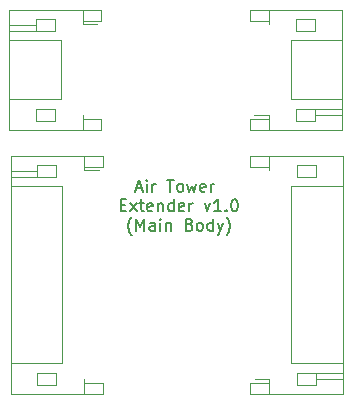
<source format=gbr>
%TF.GenerationSoftware,KiCad,Pcbnew,(5.1.9)-1*%
%TF.CreationDate,2021-03-11T22:21:30-06:00*%
%TF.ProjectId,OpeNITHM-Tower-Extenders__Main-Body,4f70654e-4954-4484-9d2d-546f7765722d,rev?*%
%TF.SameCoordinates,Original*%
%TF.FileFunction,Legend,Top*%
%TF.FilePolarity,Positive*%
%FSLAX46Y46*%
G04 Gerber Fmt 4.6, Leading zero omitted, Abs format (unit mm)*
G04 Created by KiCad (PCBNEW (5.1.9)-1) date 2021-03-11 22:21:30*
%MOMM*%
%LPD*%
G01*
G04 APERTURE LIST*
%ADD10C,0.150000*%
%ADD11C,0.120000*%
G04 APERTURE END LIST*
D10*
X71167142Y-60114166D02*
X71643333Y-60114166D01*
X71071904Y-60399880D02*
X71405238Y-59399880D01*
X71738571Y-60399880D01*
X72071904Y-60399880D02*
X72071904Y-59733214D01*
X72071904Y-59399880D02*
X72024285Y-59447500D01*
X72071904Y-59495119D01*
X72119523Y-59447500D01*
X72071904Y-59399880D01*
X72071904Y-59495119D01*
X72548095Y-60399880D02*
X72548095Y-59733214D01*
X72548095Y-59923690D02*
X72595714Y-59828452D01*
X72643333Y-59780833D01*
X72738571Y-59733214D01*
X72833809Y-59733214D01*
X73786190Y-59399880D02*
X74357619Y-59399880D01*
X74071904Y-60399880D02*
X74071904Y-59399880D01*
X74833809Y-60399880D02*
X74738571Y-60352261D01*
X74690952Y-60304642D01*
X74643333Y-60209404D01*
X74643333Y-59923690D01*
X74690952Y-59828452D01*
X74738571Y-59780833D01*
X74833809Y-59733214D01*
X74976666Y-59733214D01*
X75071904Y-59780833D01*
X75119523Y-59828452D01*
X75167142Y-59923690D01*
X75167142Y-60209404D01*
X75119523Y-60304642D01*
X75071904Y-60352261D01*
X74976666Y-60399880D01*
X74833809Y-60399880D01*
X75500476Y-59733214D02*
X75690952Y-60399880D01*
X75881428Y-59923690D01*
X76071904Y-60399880D01*
X76262380Y-59733214D01*
X77024285Y-60352261D02*
X76929047Y-60399880D01*
X76738571Y-60399880D01*
X76643333Y-60352261D01*
X76595714Y-60257023D01*
X76595714Y-59876071D01*
X76643333Y-59780833D01*
X76738571Y-59733214D01*
X76929047Y-59733214D01*
X77024285Y-59780833D01*
X77071904Y-59876071D01*
X77071904Y-59971309D01*
X76595714Y-60066547D01*
X77500476Y-60399880D02*
X77500476Y-59733214D01*
X77500476Y-59923690D02*
X77548095Y-59828452D01*
X77595714Y-59780833D01*
X77690952Y-59733214D01*
X77786190Y-59733214D01*
X69881428Y-61526071D02*
X70214761Y-61526071D01*
X70357619Y-62049880D02*
X69881428Y-62049880D01*
X69881428Y-61049880D01*
X70357619Y-61049880D01*
X70690952Y-62049880D02*
X71214761Y-61383214D01*
X70690952Y-61383214D02*
X71214761Y-62049880D01*
X71452857Y-61383214D02*
X71833809Y-61383214D01*
X71595714Y-61049880D02*
X71595714Y-61907023D01*
X71643333Y-62002261D01*
X71738571Y-62049880D01*
X71833809Y-62049880D01*
X72548095Y-62002261D02*
X72452857Y-62049880D01*
X72262380Y-62049880D01*
X72167142Y-62002261D01*
X72119523Y-61907023D01*
X72119523Y-61526071D01*
X72167142Y-61430833D01*
X72262380Y-61383214D01*
X72452857Y-61383214D01*
X72548095Y-61430833D01*
X72595714Y-61526071D01*
X72595714Y-61621309D01*
X72119523Y-61716547D01*
X73024285Y-61383214D02*
X73024285Y-62049880D01*
X73024285Y-61478452D02*
X73071904Y-61430833D01*
X73167142Y-61383214D01*
X73310000Y-61383214D01*
X73405238Y-61430833D01*
X73452857Y-61526071D01*
X73452857Y-62049880D01*
X74357619Y-62049880D02*
X74357619Y-61049880D01*
X74357619Y-62002261D02*
X74262380Y-62049880D01*
X74071904Y-62049880D01*
X73976666Y-62002261D01*
X73929047Y-61954642D01*
X73881428Y-61859404D01*
X73881428Y-61573690D01*
X73929047Y-61478452D01*
X73976666Y-61430833D01*
X74071904Y-61383214D01*
X74262380Y-61383214D01*
X74357619Y-61430833D01*
X75214761Y-62002261D02*
X75119523Y-62049880D01*
X74929047Y-62049880D01*
X74833809Y-62002261D01*
X74786190Y-61907023D01*
X74786190Y-61526071D01*
X74833809Y-61430833D01*
X74929047Y-61383214D01*
X75119523Y-61383214D01*
X75214761Y-61430833D01*
X75262380Y-61526071D01*
X75262380Y-61621309D01*
X74786190Y-61716547D01*
X75690952Y-62049880D02*
X75690952Y-61383214D01*
X75690952Y-61573690D02*
X75738571Y-61478452D01*
X75786190Y-61430833D01*
X75881428Y-61383214D01*
X75976666Y-61383214D01*
X76976666Y-61383214D02*
X77214761Y-62049880D01*
X77452857Y-61383214D01*
X78357619Y-62049880D02*
X77786190Y-62049880D01*
X78071904Y-62049880D02*
X78071904Y-61049880D01*
X77976666Y-61192738D01*
X77881428Y-61287976D01*
X77786190Y-61335595D01*
X78786190Y-61954642D02*
X78833809Y-62002261D01*
X78786190Y-62049880D01*
X78738571Y-62002261D01*
X78786190Y-61954642D01*
X78786190Y-62049880D01*
X79452857Y-61049880D02*
X79548095Y-61049880D01*
X79643333Y-61097500D01*
X79690952Y-61145119D01*
X79738571Y-61240357D01*
X79786190Y-61430833D01*
X79786190Y-61668928D01*
X79738571Y-61859404D01*
X79690952Y-61954642D01*
X79643333Y-62002261D01*
X79548095Y-62049880D01*
X79452857Y-62049880D01*
X79357619Y-62002261D01*
X79310000Y-61954642D01*
X79262380Y-61859404D01*
X79214761Y-61668928D01*
X79214761Y-61430833D01*
X79262380Y-61240357D01*
X79310000Y-61145119D01*
X79357619Y-61097500D01*
X79452857Y-61049880D01*
X70786190Y-64080833D02*
X70738571Y-64033214D01*
X70643333Y-63890357D01*
X70595714Y-63795119D01*
X70548095Y-63652261D01*
X70500476Y-63414166D01*
X70500476Y-63223690D01*
X70548095Y-62985595D01*
X70595714Y-62842738D01*
X70643333Y-62747500D01*
X70738571Y-62604642D01*
X70786190Y-62557023D01*
X71167142Y-63699880D02*
X71167142Y-62699880D01*
X71500476Y-63414166D01*
X71833809Y-62699880D01*
X71833809Y-63699880D01*
X72738571Y-63699880D02*
X72738571Y-63176071D01*
X72690952Y-63080833D01*
X72595714Y-63033214D01*
X72405238Y-63033214D01*
X72310000Y-63080833D01*
X72738571Y-63652261D02*
X72643333Y-63699880D01*
X72405238Y-63699880D01*
X72310000Y-63652261D01*
X72262380Y-63557023D01*
X72262380Y-63461785D01*
X72310000Y-63366547D01*
X72405238Y-63318928D01*
X72643333Y-63318928D01*
X72738571Y-63271309D01*
X73214761Y-63699880D02*
X73214761Y-63033214D01*
X73214761Y-62699880D02*
X73167142Y-62747500D01*
X73214761Y-62795119D01*
X73262380Y-62747500D01*
X73214761Y-62699880D01*
X73214761Y-62795119D01*
X73690952Y-63033214D02*
X73690952Y-63699880D01*
X73690952Y-63128452D02*
X73738571Y-63080833D01*
X73833809Y-63033214D01*
X73976666Y-63033214D01*
X74071904Y-63080833D01*
X74119523Y-63176071D01*
X74119523Y-63699880D01*
X75690952Y-63176071D02*
X75833809Y-63223690D01*
X75881428Y-63271309D01*
X75929047Y-63366547D01*
X75929047Y-63509404D01*
X75881428Y-63604642D01*
X75833809Y-63652261D01*
X75738571Y-63699880D01*
X75357619Y-63699880D01*
X75357619Y-62699880D01*
X75690952Y-62699880D01*
X75786190Y-62747500D01*
X75833809Y-62795119D01*
X75881428Y-62890357D01*
X75881428Y-62985595D01*
X75833809Y-63080833D01*
X75786190Y-63128452D01*
X75690952Y-63176071D01*
X75357619Y-63176071D01*
X76500476Y-63699880D02*
X76405238Y-63652261D01*
X76357619Y-63604642D01*
X76310000Y-63509404D01*
X76310000Y-63223690D01*
X76357619Y-63128452D01*
X76405238Y-63080833D01*
X76500476Y-63033214D01*
X76643333Y-63033214D01*
X76738571Y-63080833D01*
X76786190Y-63128452D01*
X76833809Y-63223690D01*
X76833809Y-63509404D01*
X76786190Y-63604642D01*
X76738571Y-63652261D01*
X76643333Y-63699880D01*
X76500476Y-63699880D01*
X77690952Y-63699880D02*
X77690952Y-62699880D01*
X77690952Y-63652261D02*
X77595714Y-63699880D01*
X77405238Y-63699880D01*
X77310000Y-63652261D01*
X77262380Y-63604642D01*
X77214761Y-63509404D01*
X77214761Y-63223690D01*
X77262380Y-63128452D01*
X77310000Y-63080833D01*
X77405238Y-63033214D01*
X77595714Y-63033214D01*
X77690952Y-63080833D01*
X78071904Y-63033214D02*
X78310000Y-63699880D01*
X78548095Y-63033214D02*
X78310000Y-63699880D01*
X78214761Y-63937976D01*
X78167142Y-63985595D01*
X78071904Y-64033214D01*
X78833809Y-64080833D02*
X78881428Y-64033214D01*
X78976666Y-63890357D01*
X79024285Y-63795119D01*
X79071904Y-63652261D01*
X79119523Y-63414166D01*
X79119523Y-63223690D01*
X79071904Y-62985595D01*
X79024285Y-62842738D01*
X78976666Y-62747500D01*
X78881428Y-62604642D01*
X78833809Y-62557023D01*
D11*
%TO.C,J4*%
X82460000Y-76300000D02*
X82460000Y-76580000D01*
X82460000Y-76580000D02*
X80860000Y-76580000D01*
X80860000Y-76580000D02*
X80860000Y-77500000D01*
X80860000Y-77500000D02*
X88680000Y-77500000D01*
X88680000Y-77500000D02*
X88680000Y-57380000D01*
X88680000Y-57380000D02*
X80860000Y-57380000D01*
X80860000Y-57380000D02*
X80860000Y-58300000D01*
X80860000Y-58300000D02*
X82460000Y-58300000D01*
X82460000Y-58300000D02*
X82460000Y-58580000D01*
X88680000Y-74940000D02*
X84320000Y-74940000D01*
X84320000Y-74940000D02*
X84320000Y-59940000D01*
X84320000Y-59940000D02*
X88680000Y-59940000D01*
X82460000Y-77500000D02*
X82460000Y-76580000D01*
X82460000Y-57380000D02*
X82460000Y-58300000D01*
X84820000Y-76740000D02*
X86420000Y-76740000D01*
X86420000Y-76740000D02*
X86420000Y-75740000D01*
X86420000Y-75740000D02*
X84820000Y-75740000D01*
X84820000Y-75740000D02*
X84820000Y-76740000D01*
X84820000Y-58140000D02*
X86420000Y-58140000D01*
X86420000Y-58140000D02*
X86420000Y-59140000D01*
X86420000Y-59140000D02*
X84820000Y-59140000D01*
X84820000Y-59140000D02*
X84820000Y-58140000D01*
X86420000Y-75740000D02*
X88680000Y-75740000D01*
X86420000Y-76240000D02*
X88680000Y-76240000D01*
X82460000Y-76300000D02*
X81245000Y-76300000D01*
%TO.C,J2*%
X82390000Y-53940000D02*
X82390000Y-54220000D01*
X82390000Y-54220000D02*
X80790000Y-54220000D01*
X80790000Y-54220000D02*
X80790000Y-55140000D01*
X80790000Y-55140000D02*
X88610000Y-55140000D01*
X88610000Y-55140000D02*
X88610000Y-45020000D01*
X88610000Y-45020000D02*
X80790000Y-45020000D01*
X80790000Y-45020000D02*
X80790000Y-45940000D01*
X80790000Y-45940000D02*
X82390000Y-45940000D01*
X82390000Y-45940000D02*
X82390000Y-46220000D01*
X88610000Y-52580000D02*
X84250000Y-52580000D01*
X84250000Y-52580000D02*
X84250000Y-47580000D01*
X84250000Y-47580000D02*
X88610000Y-47580000D01*
X82390000Y-55140000D02*
X82390000Y-54220000D01*
X82390000Y-45020000D02*
X82390000Y-45940000D01*
X84750000Y-54380000D02*
X86350000Y-54380000D01*
X86350000Y-54380000D02*
X86350000Y-53380000D01*
X86350000Y-53380000D02*
X84750000Y-53380000D01*
X84750000Y-53380000D02*
X84750000Y-54380000D01*
X84750000Y-45780000D02*
X86350000Y-45780000D01*
X86350000Y-45780000D02*
X86350000Y-46780000D01*
X86350000Y-46780000D02*
X84750000Y-46780000D01*
X84750000Y-46780000D02*
X84750000Y-45780000D01*
X86350000Y-53380000D02*
X88610000Y-53380000D01*
X86350000Y-53880000D02*
X88610000Y-53880000D01*
X82390000Y-53940000D02*
X81175000Y-53940000D01*
%TO.C,J3*%
X66782000Y-58573000D02*
X66782000Y-58293000D01*
X66782000Y-58293000D02*
X68382000Y-58293000D01*
X68382000Y-58293000D02*
X68382000Y-57373000D01*
X68382000Y-57373000D02*
X60562000Y-57373000D01*
X60562000Y-57373000D02*
X60562000Y-77493000D01*
X60562000Y-77493000D02*
X68382000Y-77493000D01*
X68382000Y-77493000D02*
X68382000Y-76573000D01*
X68382000Y-76573000D02*
X66782000Y-76573000D01*
X66782000Y-76573000D02*
X66782000Y-76293000D01*
X60562000Y-59933000D02*
X64922000Y-59933000D01*
X64922000Y-59933000D02*
X64922000Y-74933000D01*
X64922000Y-74933000D02*
X60562000Y-74933000D01*
X66782000Y-57373000D02*
X66782000Y-58293000D01*
X66782000Y-77493000D02*
X66782000Y-76573000D01*
X64422000Y-58133000D02*
X62822000Y-58133000D01*
X62822000Y-58133000D02*
X62822000Y-59133000D01*
X62822000Y-59133000D02*
X64422000Y-59133000D01*
X64422000Y-59133000D02*
X64422000Y-58133000D01*
X64422000Y-76733000D02*
X62822000Y-76733000D01*
X62822000Y-76733000D02*
X62822000Y-75733000D01*
X62822000Y-75733000D02*
X64422000Y-75733000D01*
X64422000Y-75733000D02*
X64422000Y-76733000D01*
X62822000Y-59133000D02*
X60562000Y-59133000D01*
X62822000Y-58633000D02*
X60562000Y-58633000D01*
X66782000Y-58573000D02*
X67997000Y-58573000D01*
%TO.C,J1*%
X66642000Y-46226000D02*
X66642000Y-45946000D01*
X66642000Y-45946000D02*
X68242000Y-45946000D01*
X68242000Y-45946000D02*
X68242000Y-45026000D01*
X68242000Y-45026000D02*
X60422000Y-45026000D01*
X60422000Y-45026000D02*
X60422000Y-55146000D01*
X60422000Y-55146000D02*
X68242000Y-55146000D01*
X68242000Y-55146000D02*
X68242000Y-54226000D01*
X68242000Y-54226000D02*
X66642000Y-54226000D01*
X66642000Y-54226000D02*
X66642000Y-53946000D01*
X60422000Y-47586000D02*
X64782000Y-47586000D01*
X64782000Y-47586000D02*
X64782000Y-52586000D01*
X64782000Y-52586000D02*
X60422000Y-52586000D01*
X66642000Y-45026000D02*
X66642000Y-45946000D01*
X66642000Y-55146000D02*
X66642000Y-54226000D01*
X64282000Y-45786000D02*
X62682000Y-45786000D01*
X62682000Y-45786000D02*
X62682000Y-46786000D01*
X62682000Y-46786000D02*
X64282000Y-46786000D01*
X64282000Y-46786000D02*
X64282000Y-45786000D01*
X64282000Y-54386000D02*
X62682000Y-54386000D01*
X62682000Y-54386000D02*
X62682000Y-53386000D01*
X62682000Y-53386000D02*
X64282000Y-53386000D01*
X64282000Y-53386000D02*
X64282000Y-54386000D01*
X62682000Y-46786000D02*
X60422000Y-46786000D01*
X62682000Y-46286000D02*
X60422000Y-46286000D01*
X66642000Y-46226000D02*
X67857000Y-46226000D01*
%TD*%
M02*

</source>
